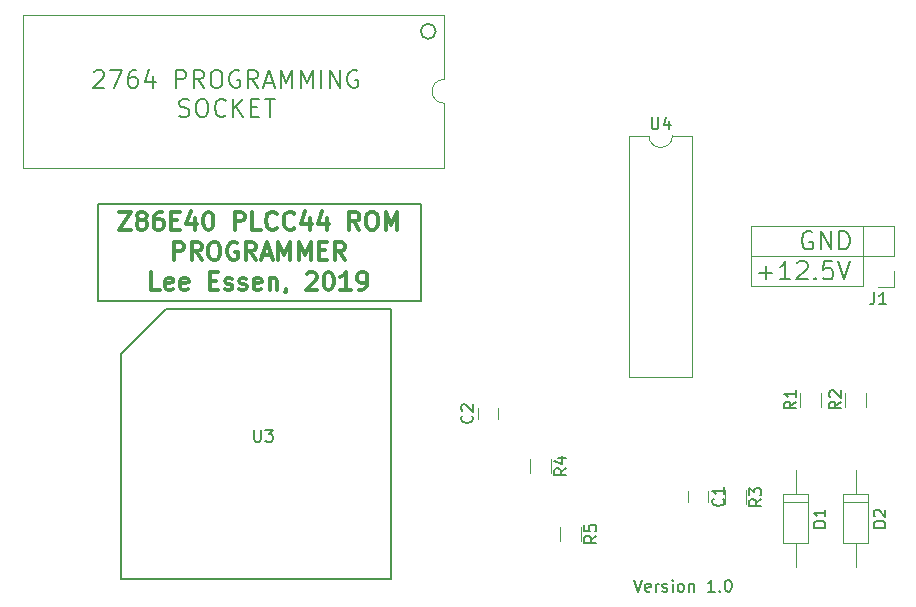
<source format=gbr>
G04 #@! TF.GenerationSoftware,KiCad,Pcbnew,(5.1.2-1)-1*
G04 #@! TF.CreationDate,2019-05-24T19:31:09+01:00*
G04 #@! TF.ProjectId,8840A_CPU_Programmer,38383430-415f-4435-9055-5f50726f6772,rev?*
G04 #@! TF.SameCoordinates,Original*
G04 #@! TF.FileFunction,Legend,Top*
G04 #@! TF.FilePolarity,Positive*
%FSLAX46Y46*%
G04 Gerber Fmt 4.6, Leading zero omitted, Abs format (unit mm)*
G04 Created by KiCad (PCBNEW (5.1.2-1)-1) date 2019-05-24 19:31:09*
%MOMM*%
%LPD*%
G04 APERTURE LIST*
%ADD10C,0.120000*%
%ADD11C,0.150000*%
%ADD12C,0.203200*%
%ADD13C,0.300000*%
G04 APERTURE END LIST*
D10*
X156210000Y-85725000D02*
X146685000Y-85725000D01*
X156210000Y-88265000D02*
X156210000Y-85725000D01*
X146685000Y-88265000D02*
X156210000Y-88265000D01*
X146685000Y-83185000D02*
X146685000Y-88265000D01*
X156150000Y-83125000D02*
X146685000Y-83185000D01*
D11*
X136779523Y-113117380D02*
X137112857Y-114117380D01*
X137446190Y-113117380D01*
X138160476Y-114069761D02*
X138065238Y-114117380D01*
X137874761Y-114117380D01*
X137779523Y-114069761D01*
X137731904Y-113974523D01*
X137731904Y-113593571D01*
X137779523Y-113498333D01*
X137874761Y-113450714D01*
X138065238Y-113450714D01*
X138160476Y-113498333D01*
X138208095Y-113593571D01*
X138208095Y-113688809D01*
X137731904Y-113784047D01*
X138636666Y-114117380D02*
X138636666Y-113450714D01*
X138636666Y-113641190D02*
X138684285Y-113545952D01*
X138731904Y-113498333D01*
X138827142Y-113450714D01*
X138922380Y-113450714D01*
X139208095Y-114069761D02*
X139303333Y-114117380D01*
X139493809Y-114117380D01*
X139589047Y-114069761D01*
X139636666Y-113974523D01*
X139636666Y-113926904D01*
X139589047Y-113831666D01*
X139493809Y-113784047D01*
X139350952Y-113784047D01*
X139255714Y-113736428D01*
X139208095Y-113641190D01*
X139208095Y-113593571D01*
X139255714Y-113498333D01*
X139350952Y-113450714D01*
X139493809Y-113450714D01*
X139589047Y-113498333D01*
X140065238Y-114117380D02*
X140065238Y-113450714D01*
X140065238Y-113117380D02*
X140017619Y-113165000D01*
X140065238Y-113212619D01*
X140112857Y-113165000D01*
X140065238Y-113117380D01*
X140065238Y-113212619D01*
X140684285Y-114117380D02*
X140589047Y-114069761D01*
X140541428Y-114022142D01*
X140493809Y-113926904D01*
X140493809Y-113641190D01*
X140541428Y-113545952D01*
X140589047Y-113498333D01*
X140684285Y-113450714D01*
X140827142Y-113450714D01*
X140922380Y-113498333D01*
X140970000Y-113545952D01*
X141017619Y-113641190D01*
X141017619Y-113926904D01*
X140970000Y-114022142D01*
X140922380Y-114069761D01*
X140827142Y-114117380D01*
X140684285Y-114117380D01*
X141446190Y-113450714D02*
X141446190Y-114117380D01*
X141446190Y-113545952D02*
X141493809Y-113498333D01*
X141589047Y-113450714D01*
X141731904Y-113450714D01*
X141827142Y-113498333D01*
X141874761Y-113593571D01*
X141874761Y-114117380D01*
X143636666Y-114117380D02*
X143065238Y-114117380D01*
X143350952Y-114117380D02*
X143350952Y-113117380D01*
X143255714Y-113260238D01*
X143160476Y-113355476D01*
X143065238Y-113403095D01*
X144065238Y-114022142D02*
X144112857Y-114069761D01*
X144065238Y-114117380D01*
X144017619Y-114069761D01*
X144065238Y-114022142D01*
X144065238Y-114117380D01*
X144731904Y-113117380D02*
X144827142Y-113117380D01*
X144922380Y-113165000D01*
X144970000Y-113212619D01*
X145017619Y-113307857D01*
X145065238Y-113498333D01*
X145065238Y-113736428D01*
X145017619Y-113926904D01*
X144970000Y-114022142D01*
X144922380Y-114069761D01*
X144827142Y-114117380D01*
X144731904Y-114117380D01*
X144636666Y-114069761D01*
X144589047Y-114022142D01*
X144541428Y-113926904D01*
X144493809Y-113736428D01*
X144493809Y-113498333D01*
X144541428Y-113307857D01*
X144589047Y-113212619D01*
X144636666Y-113165000D01*
X144731904Y-113117380D01*
D12*
X120015000Y-66675000D02*
G75*
G03X120015000Y-66675000I-635000J0D01*
G01*
X91440000Y-89535000D02*
X91440000Y-81280000D01*
X118745000Y-89535000D02*
X91440000Y-89535000D01*
X118745000Y-81280000D02*
X118745000Y-89535000D01*
X91440000Y-81280000D02*
X118745000Y-81280000D01*
D13*
X93197225Y-81966414D02*
X94197225Y-81966414D01*
X93197225Y-83466414D01*
X94197225Y-83466414D01*
X94982939Y-82609271D02*
X94840082Y-82537843D01*
X94768653Y-82466414D01*
X94697225Y-82323557D01*
X94697225Y-82252128D01*
X94768653Y-82109271D01*
X94840082Y-82037843D01*
X94982939Y-81966414D01*
X95268653Y-81966414D01*
X95411510Y-82037843D01*
X95482939Y-82109271D01*
X95554368Y-82252128D01*
X95554368Y-82323557D01*
X95482939Y-82466414D01*
X95411510Y-82537843D01*
X95268653Y-82609271D01*
X94982939Y-82609271D01*
X94840082Y-82680700D01*
X94768653Y-82752128D01*
X94697225Y-82894985D01*
X94697225Y-83180700D01*
X94768653Y-83323557D01*
X94840082Y-83394985D01*
X94982939Y-83466414D01*
X95268653Y-83466414D01*
X95411510Y-83394985D01*
X95482939Y-83323557D01*
X95554368Y-83180700D01*
X95554368Y-82894985D01*
X95482939Y-82752128D01*
X95411510Y-82680700D01*
X95268653Y-82609271D01*
X96840082Y-81966414D02*
X96554368Y-81966414D01*
X96411510Y-82037843D01*
X96340082Y-82109271D01*
X96197225Y-82323557D01*
X96125796Y-82609271D01*
X96125796Y-83180700D01*
X96197225Y-83323557D01*
X96268653Y-83394985D01*
X96411510Y-83466414D01*
X96697225Y-83466414D01*
X96840082Y-83394985D01*
X96911510Y-83323557D01*
X96982939Y-83180700D01*
X96982939Y-82823557D01*
X96911510Y-82680700D01*
X96840082Y-82609271D01*
X96697225Y-82537843D01*
X96411510Y-82537843D01*
X96268653Y-82609271D01*
X96197225Y-82680700D01*
X96125796Y-82823557D01*
X97625796Y-82680700D02*
X98125796Y-82680700D01*
X98340082Y-83466414D02*
X97625796Y-83466414D01*
X97625796Y-81966414D01*
X98340082Y-81966414D01*
X99625796Y-82466414D02*
X99625796Y-83466414D01*
X99268653Y-81894985D02*
X98911510Y-82966414D01*
X99840082Y-82966414D01*
X100697225Y-81966414D02*
X100840082Y-81966414D01*
X100982939Y-82037843D01*
X101054368Y-82109271D01*
X101125796Y-82252128D01*
X101197225Y-82537843D01*
X101197225Y-82894985D01*
X101125796Y-83180700D01*
X101054368Y-83323557D01*
X100982939Y-83394985D01*
X100840082Y-83466414D01*
X100697225Y-83466414D01*
X100554368Y-83394985D01*
X100482939Y-83323557D01*
X100411510Y-83180700D01*
X100340082Y-82894985D01*
X100340082Y-82537843D01*
X100411510Y-82252128D01*
X100482939Y-82109271D01*
X100554368Y-82037843D01*
X100697225Y-81966414D01*
X102982939Y-83466414D02*
X102982939Y-81966414D01*
X103554368Y-81966414D01*
X103697225Y-82037843D01*
X103768653Y-82109271D01*
X103840082Y-82252128D01*
X103840082Y-82466414D01*
X103768653Y-82609271D01*
X103697225Y-82680700D01*
X103554368Y-82752128D01*
X102982939Y-82752128D01*
X105197225Y-83466414D02*
X104482939Y-83466414D01*
X104482939Y-81966414D01*
X106554368Y-83323557D02*
X106482939Y-83394985D01*
X106268653Y-83466414D01*
X106125796Y-83466414D01*
X105911510Y-83394985D01*
X105768653Y-83252128D01*
X105697225Y-83109271D01*
X105625796Y-82823557D01*
X105625796Y-82609271D01*
X105697225Y-82323557D01*
X105768653Y-82180700D01*
X105911510Y-82037843D01*
X106125796Y-81966414D01*
X106268653Y-81966414D01*
X106482939Y-82037843D01*
X106554368Y-82109271D01*
X108054368Y-83323557D02*
X107982939Y-83394985D01*
X107768653Y-83466414D01*
X107625796Y-83466414D01*
X107411510Y-83394985D01*
X107268653Y-83252128D01*
X107197225Y-83109271D01*
X107125796Y-82823557D01*
X107125796Y-82609271D01*
X107197225Y-82323557D01*
X107268653Y-82180700D01*
X107411510Y-82037843D01*
X107625796Y-81966414D01*
X107768653Y-81966414D01*
X107982939Y-82037843D01*
X108054368Y-82109271D01*
X109340082Y-82466414D02*
X109340082Y-83466414D01*
X108982939Y-81894985D02*
X108625796Y-82966414D01*
X109554368Y-82966414D01*
X110768653Y-82466414D02*
X110768653Y-83466414D01*
X110411510Y-81894985D02*
X110054368Y-82966414D01*
X110982939Y-82966414D01*
X113554368Y-83466414D02*
X113054368Y-82752128D01*
X112697225Y-83466414D02*
X112697225Y-81966414D01*
X113268653Y-81966414D01*
X113411510Y-82037843D01*
X113482939Y-82109271D01*
X113554368Y-82252128D01*
X113554368Y-82466414D01*
X113482939Y-82609271D01*
X113411510Y-82680700D01*
X113268653Y-82752128D01*
X112697225Y-82752128D01*
X114482939Y-81966414D02*
X114768653Y-81966414D01*
X114911510Y-82037843D01*
X115054368Y-82180700D01*
X115125796Y-82466414D01*
X115125796Y-82966414D01*
X115054368Y-83252128D01*
X114911510Y-83394985D01*
X114768653Y-83466414D01*
X114482939Y-83466414D01*
X114340082Y-83394985D01*
X114197225Y-83252128D01*
X114125796Y-82966414D01*
X114125796Y-82466414D01*
X114197225Y-82180700D01*
X114340082Y-82037843D01*
X114482939Y-81966414D01*
X115768653Y-83466414D02*
X115768653Y-81966414D01*
X116268653Y-83037843D01*
X116768653Y-81966414D01*
X116768653Y-83466414D01*
X97840082Y-86016414D02*
X97840082Y-84516414D01*
X98411510Y-84516414D01*
X98554368Y-84587843D01*
X98625796Y-84659271D01*
X98697225Y-84802128D01*
X98697225Y-85016414D01*
X98625796Y-85159271D01*
X98554368Y-85230700D01*
X98411510Y-85302128D01*
X97840082Y-85302128D01*
X100197225Y-86016414D02*
X99697225Y-85302128D01*
X99340082Y-86016414D02*
X99340082Y-84516414D01*
X99911510Y-84516414D01*
X100054368Y-84587843D01*
X100125796Y-84659271D01*
X100197225Y-84802128D01*
X100197225Y-85016414D01*
X100125796Y-85159271D01*
X100054368Y-85230700D01*
X99911510Y-85302128D01*
X99340082Y-85302128D01*
X101125796Y-84516414D02*
X101411510Y-84516414D01*
X101554368Y-84587843D01*
X101697225Y-84730700D01*
X101768653Y-85016414D01*
X101768653Y-85516414D01*
X101697225Y-85802128D01*
X101554368Y-85944985D01*
X101411510Y-86016414D01*
X101125796Y-86016414D01*
X100982939Y-85944985D01*
X100840082Y-85802128D01*
X100768653Y-85516414D01*
X100768653Y-85016414D01*
X100840082Y-84730700D01*
X100982939Y-84587843D01*
X101125796Y-84516414D01*
X103197225Y-84587843D02*
X103054368Y-84516414D01*
X102840082Y-84516414D01*
X102625796Y-84587843D01*
X102482939Y-84730700D01*
X102411510Y-84873557D01*
X102340082Y-85159271D01*
X102340082Y-85373557D01*
X102411510Y-85659271D01*
X102482939Y-85802128D01*
X102625796Y-85944985D01*
X102840082Y-86016414D01*
X102982939Y-86016414D01*
X103197225Y-85944985D01*
X103268653Y-85873557D01*
X103268653Y-85373557D01*
X102982939Y-85373557D01*
X104768653Y-86016414D02*
X104268653Y-85302128D01*
X103911510Y-86016414D02*
X103911510Y-84516414D01*
X104482939Y-84516414D01*
X104625796Y-84587843D01*
X104697225Y-84659271D01*
X104768653Y-84802128D01*
X104768653Y-85016414D01*
X104697225Y-85159271D01*
X104625796Y-85230700D01*
X104482939Y-85302128D01*
X103911510Y-85302128D01*
X105340082Y-85587843D02*
X106054368Y-85587843D01*
X105197225Y-86016414D02*
X105697225Y-84516414D01*
X106197225Y-86016414D01*
X106697225Y-86016414D02*
X106697225Y-84516414D01*
X107197225Y-85587843D01*
X107697225Y-84516414D01*
X107697225Y-86016414D01*
X108411510Y-86016414D02*
X108411510Y-84516414D01*
X108911510Y-85587843D01*
X109411510Y-84516414D01*
X109411510Y-86016414D01*
X110125796Y-85230700D02*
X110625796Y-85230700D01*
X110840082Y-86016414D02*
X110125796Y-86016414D01*
X110125796Y-84516414D01*
X110840082Y-84516414D01*
X112340082Y-86016414D02*
X111840082Y-85302128D01*
X111482939Y-86016414D02*
X111482939Y-84516414D01*
X112054368Y-84516414D01*
X112197225Y-84587843D01*
X112268653Y-84659271D01*
X112340082Y-84802128D01*
X112340082Y-85016414D01*
X112268653Y-85159271D01*
X112197225Y-85230700D01*
X112054368Y-85302128D01*
X111482939Y-85302128D01*
X96661510Y-88566414D02*
X95947225Y-88566414D01*
X95947225Y-87066414D01*
X97732939Y-88494985D02*
X97590082Y-88566414D01*
X97304368Y-88566414D01*
X97161510Y-88494985D01*
X97090082Y-88352128D01*
X97090082Y-87780700D01*
X97161510Y-87637843D01*
X97304368Y-87566414D01*
X97590082Y-87566414D01*
X97732939Y-87637843D01*
X97804368Y-87780700D01*
X97804368Y-87923557D01*
X97090082Y-88066414D01*
X99018653Y-88494985D02*
X98875796Y-88566414D01*
X98590082Y-88566414D01*
X98447225Y-88494985D01*
X98375796Y-88352128D01*
X98375796Y-87780700D01*
X98447225Y-87637843D01*
X98590082Y-87566414D01*
X98875796Y-87566414D01*
X99018653Y-87637843D01*
X99090082Y-87780700D01*
X99090082Y-87923557D01*
X98375796Y-88066414D01*
X100875796Y-87780700D02*
X101375796Y-87780700D01*
X101590082Y-88566414D02*
X100875796Y-88566414D01*
X100875796Y-87066414D01*
X101590082Y-87066414D01*
X102161510Y-88494985D02*
X102304368Y-88566414D01*
X102590082Y-88566414D01*
X102732939Y-88494985D01*
X102804368Y-88352128D01*
X102804368Y-88280700D01*
X102732939Y-88137843D01*
X102590082Y-88066414D01*
X102375796Y-88066414D01*
X102232939Y-87994985D01*
X102161510Y-87852128D01*
X102161510Y-87780700D01*
X102232939Y-87637843D01*
X102375796Y-87566414D01*
X102590082Y-87566414D01*
X102732939Y-87637843D01*
X103375796Y-88494985D02*
X103518653Y-88566414D01*
X103804368Y-88566414D01*
X103947225Y-88494985D01*
X104018653Y-88352128D01*
X104018653Y-88280700D01*
X103947225Y-88137843D01*
X103804368Y-88066414D01*
X103590082Y-88066414D01*
X103447225Y-87994985D01*
X103375796Y-87852128D01*
X103375796Y-87780700D01*
X103447225Y-87637843D01*
X103590082Y-87566414D01*
X103804368Y-87566414D01*
X103947225Y-87637843D01*
X105232939Y-88494985D02*
X105090082Y-88566414D01*
X104804368Y-88566414D01*
X104661510Y-88494985D01*
X104590082Y-88352128D01*
X104590082Y-87780700D01*
X104661510Y-87637843D01*
X104804368Y-87566414D01*
X105090082Y-87566414D01*
X105232939Y-87637843D01*
X105304368Y-87780700D01*
X105304368Y-87923557D01*
X104590082Y-88066414D01*
X105947225Y-87566414D02*
X105947225Y-88566414D01*
X105947225Y-87709271D02*
X106018653Y-87637843D01*
X106161510Y-87566414D01*
X106375796Y-87566414D01*
X106518653Y-87637843D01*
X106590082Y-87780700D01*
X106590082Y-88566414D01*
X107375796Y-88494985D02*
X107375796Y-88566414D01*
X107304368Y-88709271D01*
X107232939Y-88780700D01*
X109090082Y-87209271D02*
X109161510Y-87137843D01*
X109304368Y-87066414D01*
X109661510Y-87066414D01*
X109804368Y-87137843D01*
X109875796Y-87209271D01*
X109947225Y-87352128D01*
X109947225Y-87494985D01*
X109875796Y-87709271D01*
X109018653Y-88566414D01*
X109947225Y-88566414D01*
X110875796Y-87066414D02*
X111018653Y-87066414D01*
X111161510Y-87137843D01*
X111232939Y-87209271D01*
X111304368Y-87352128D01*
X111375796Y-87637843D01*
X111375796Y-87994985D01*
X111304368Y-88280700D01*
X111232939Y-88423557D01*
X111161510Y-88494985D01*
X111018653Y-88566414D01*
X110875796Y-88566414D01*
X110732939Y-88494985D01*
X110661510Y-88423557D01*
X110590082Y-88280700D01*
X110518653Y-87994985D01*
X110518653Y-87637843D01*
X110590082Y-87352128D01*
X110661510Y-87209271D01*
X110732939Y-87137843D01*
X110875796Y-87066414D01*
X112804368Y-88566414D02*
X111947225Y-88566414D01*
X112375796Y-88566414D02*
X112375796Y-87066414D01*
X112232939Y-87280700D01*
X112090082Y-87423557D01*
X111947225Y-87494985D01*
X113518653Y-88566414D02*
X113804368Y-88566414D01*
X113947225Y-88494985D01*
X114018653Y-88423557D01*
X114161510Y-88209271D01*
X114232939Y-87923557D01*
X114232939Y-87352128D01*
X114161510Y-87209271D01*
X114090082Y-87137843D01*
X113947225Y-87066414D01*
X113661510Y-87066414D01*
X113518653Y-87137843D01*
X113447225Y-87209271D01*
X113375796Y-87352128D01*
X113375796Y-87709271D01*
X113447225Y-87852128D01*
X113518653Y-87923557D01*
X113661510Y-87994985D01*
X113947225Y-87994985D01*
X114090082Y-87923557D01*
X114161510Y-87852128D01*
X114232939Y-87709271D01*
D12*
X91092852Y-70095542D02*
X91164281Y-70024114D01*
X91307138Y-69952685D01*
X91664281Y-69952685D01*
X91807138Y-70024114D01*
X91878566Y-70095542D01*
X91949995Y-70238399D01*
X91949995Y-70381256D01*
X91878566Y-70595542D01*
X91021424Y-71452685D01*
X91949995Y-71452685D01*
X92449995Y-69952685D02*
X93449995Y-69952685D01*
X92807138Y-71452685D01*
X94664281Y-69952685D02*
X94378566Y-69952685D01*
X94235709Y-70024114D01*
X94164281Y-70095542D01*
X94021424Y-70309828D01*
X93949995Y-70595542D01*
X93949995Y-71166971D01*
X94021424Y-71309828D01*
X94092852Y-71381256D01*
X94235709Y-71452685D01*
X94521424Y-71452685D01*
X94664281Y-71381256D01*
X94735709Y-71309828D01*
X94807138Y-71166971D01*
X94807138Y-70809828D01*
X94735709Y-70666971D01*
X94664281Y-70595542D01*
X94521424Y-70524114D01*
X94235709Y-70524114D01*
X94092852Y-70595542D01*
X94021424Y-70666971D01*
X93949995Y-70809828D01*
X96092852Y-70452685D02*
X96092852Y-71452685D01*
X95735709Y-69881256D02*
X95378566Y-70952685D01*
X96307138Y-70952685D01*
X98021424Y-71452685D02*
X98021424Y-69952685D01*
X98592852Y-69952685D01*
X98735709Y-70024114D01*
X98807138Y-70095542D01*
X98878566Y-70238399D01*
X98878566Y-70452685D01*
X98807138Y-70595542D01*
X98735709Y-70666971D01*
X98592852Y-70738399D01*
X98021424Y-70738399D01*
X100378566Y-71452685D02*
X99878566Y-70738399D01*
X99521424Y-71452685D02*
X99521424Y-69952685D01*
X100092852Y-69952685D01*
X100235709Y-70024114D01*
X100307138Y-70095542D01*
X100378566Y-70238399D01*
X100378566Y-70452685D01*
X100307138Y-70595542D01*
X100235709Y-70666971D01*
X100092852Y-70738399D01*
X99521424Y-70738399D01*
X101307138Y-69952685D02*
X101592852Y-69952685D01*
X101735709Y-70024114D01*
X101878566Y-70166971D01*
X101949995Y-70452685D01*
X101949995Y-70952685D01*
X101878566Y-71238399D01*
X101735709Y-71381256D01*
X101592852Y-71452685D01*
X101307138Y-71452685D01*
X101164281Y-71381256D01*
X101021424Y-71238399D01*
X100949995Y-70952685D01*
X100949995Y-70452685D01*
X101021424Y-70166971D01*
X101164281Y-70024114D01*
X101307138Y-69952685D01*
X103378566Y-70024114D02*
X103235709Y-69952685D01*
X103021424Y-69952685D01*
X102807138Y-70024114D01*
X102664281Y-70166971D01*
X102592852Y-70309828D01*
X102521424Y-70595542D01*
X102521424Y-70809828D01*
X102592852Y-71095542D01*
X102664281Y-71238399D01*
X102807138Y-71381256D01*
X103021424Y-71452685D01*
X103164281Y-71452685D01*
X103378566Y-71381256D01*
X103449995Y-71309828D01*
X103449995Y-70809828D01*
X103164281Y-70809828D01*
X104949995Y-71452685D02*
X104449995Y-70738399D01*
X104092852Y-71452685D02*
X104092852Y-69952685D01*
X104664281Y-69952685D01*
X104807138Y-70024114D01*
X104878566Y-70095542D01*
X104949995Y-70238399D01*
X104949995Y-70452685D01*
X104878566Y-70595542D01*
X104807138Y-70666971D01*
X104664281Y-70738399D01*
X104092852Y-70738399D01*
X105521424Y-71024114D02*
X106235709Y-71024114D01*
X105378566Y-71452685D02*
X105878566Y-69952685D01*
X106378566Y-71452685D01*
X106878566Y-71452685D02*
X106878566Y-69952685D01*
X107378566Y-71024114D01*
X107878566Y-69952685D01*
X107878566Y-71452685D01*
X108592852Y-71452685D02*
X108592852Y-69952685D01*
X109092852Y-71024114D01*
X109592852Y-69952685D01*
X109592852Y-71452685D01*
X110307138Y-71452685D02*
X110307138Y-69952685D01*
X111021424Y-71452685D02*
X111021424Y-69952685D01*
X111878566Y-71452685D01*
X111878566Y-69952685D01*
X113378566Y-70024114D02*
X113235709Y-69952685D01*
X113021424Y-69952685D01*
X112807138Y-70024114D01*
X112664281Y-70166971D01*
X112592852Y-70309828D01*
X112521424Y-70595542D01*
X112521424Y-70809828D01*
X112592852Y-71095542D01*
X112664281Y-71238399D01*
X112807138Y-71381256D01*
X113021424Y-71452685D01*
X113164281Y-71452685D01*
X113378566Y-71381256D01*
X113449995Y-71309828D01*
X113449995Y-70809828D01*
X113164281Y-70809828D01*
X98307138Y-73834456D02*
X98521424Y-73905885D01*
X98878566Y-73905885D01*
X99021424Y-73834456D01*
X99092852Y-73763028D01*
X99164281Y-73620171D01*
X99164281Y-73477314D01*
X99092852Y-73334456D01*
X99021424Y-73263028D01*
X98878566Y-73191599D01*
X98592852Y-73120171D01*
X98449995Y-73048742D01*
X98378566Y-72977314D01*
X98307138Y-72834456D01*
X98307138Y-72691599D01*
X98378566Y-72548742D01*
X98449995Y-72477314D01*
X98592852Y-72405885D01*
X98949995Y-72405885D01*
X99164281Y-72477314D01*
X100092852Y-72405885D02*
X100378566Y-72405885D01*
X100521424Y-72477314D01*
X100664281Y-72620171D01*
X100735709Y-72905885D01*
X100735709Y-73405885D01*
X100664281Y-73691599D01*
X100521424Y-73834456D01*
X100378566Y-73905885D01*
X100092852Y-73905885D01*
X99949995Y-73834456D01*
X99807138Y-73691599D01*
X99735709Y-73405885D01*
X99735709Y-72905885D01*
X99807138Y-72620171D01*
X99949995Y-72477314D01*
X100092852Y-72405885D01*
X102235709Y-73763028D02*
X102164281Y-73834456D01*
X101949995Y-73905885D01*
X101807138Y-73905885D01*
X101592852Y-73834456D01*
X101449995Y-73691599D01*
X101378566Y-73548742D01*
X101307138Y-73263028D01*
X101307138Y-73048742D01*
X101378566Y-72763028D01*
X101449995Y-72620171D01*
X101592852Y-72477314D01*
X101807138Y-72405885D01*
X101949995Y-72405885D01*
X102164281Y-72477314D01*
X102235709Y-72548742D01*
X102878566Y-73905885D02*
X102878566Y-72405885D01*
X103735709Y-73905885D02*
X103092852Y-73048742D01*
X103735709Y-72405885D02*
X102878566Y-73263028D01*
X104378566Y-73120171D02*
X104878566Y-73120171D01*
X105092852Y-73905885D02*
X104378566Y-73905885D01*
X104378566Y-72405885D01*
X105092852Y-72405885D01*
X105521424Y-72405885D02*
X106378566Y-72405885D01*
X105949995Y-73905885D02*
X105949995Y-72405885D01*
X151873857Y-83693000D02*
X151728714Y-83620428D01*
X151511000Y-83620428D01*
X151293285Y-83693000D01*
X151148142Y-83838142D01*
X151075571Y-83983285D01*
X151003000Y-84273571D01*
X151003000Y-84491285D01*
X151075571Y-84781571D01*
X151148142Y-84926714D01*
X151293285Y-85071857D01*
X151511000Y-85144428D01*
X151656142Y-85144428D01*
X151873857Y-85071857D01*
X151946428Y-84999285D01*
X151946428Y-84491285D01*
X151656142Y-84491285D01*
X152599571Y-85144428D02*
X152599571Y-83620428D01*
X153470428Y-85144428D01*
X153470428Y-83620428D01*
X154196142Y-85144428D02*
X154196142Y-83620428D01*
X154559000Y-83620428D01*
X154776714Y-83693000D01*
X154921857Y-83838142D01*
X154994428Y-83983285D01*
X155067000Y-84273571D01*
X155067000Y-84491285D01*
X154994428Y-84781571D01*
X154921857Y-84926714D01*
X154776714Y-85071857D01*
X154559000Y-85144428D01*
X154196142Y-85144428D01*
X147356285Y-87103857D02*
X148517428Y-87103857D01*
X147936857Y-87684428D02*
X147936857Y-86523285D01*
X150041428Y-87684428D02*
X149170571Y-87684428D01*
X149606000Y-87684428D02*
X149606000Y-86160428D01*
X149460857Y-86378142D01*
X149315714Y-86523285D01*
X149170571Y-86595857D01*
X150622000Y-86305571D02*
X150694571Y-86233000D01*
X150839714Y-86160428D01*
X151202571Y-86160428D01*
X151347714Y-86233000D01*
X151420285Y-86305571D01*
X151492857Y-86450714D01*
X151492857Y-86595857D01*
X151420285Y-86813571D01*
X150549428Y-87684428D01*
X151492857Y-87684428D01*
X152146000Y-87539285D02*
X152218571Y-87611857D01*
X152146000Y-87684428D01*
X152073428Y-87611857D01*
X152146000Y-87539285D01*
X152146000Y-87684428D01*
X153597428Y-86160428D02*
X152871714Y-86160428D01*
X152799142Y-86886142D01*
X152871714Y-86813571D01*
X153016857Y-86741000D01*
X153379714Y-86741000D01*
X153524857Y-86813571D01*
X153597428Y-86886142D01*
X153670000Y-87031285D01*
X153670000Y-87394142D01*
X153597428Y-87539285D01*
X153524857Y-87611857D01*
X153379714Y-87684428D01*
X153016857Y-87684428D01*
X152871714Y-87611857D01*
X152799142Y-87539285D01*
X154105428Y-86160428D02*
X154613428Y-87684428D01*
X155121428Y-86160428D01*
D10*
X140065000Y-75505000D02*
G75*
G02X138065000Y-75505000I-1000000J0D01*
G01*
X138065000Y-75505000D02*
X136415000Y-75505000D01*
X136415000Y-75505000D02*
X136415000Y-95945000D01*
X136415000Y-95945000D02*
X141715000Y-95945000D01*
X141715000Y-95945000D02*
X141715000Y-75505000D01*
X141715000Y-75505000D02*
X140065000Y-75505000D01*
X143090000Y-106565000D02*
X143090000Y-105565000D01*
X141390000Y-105565000D02*
X141390000Y-106565000D01*
X120710000Y-72755000D02*
G75*
G02X120710000Y-70755000I0J1000000D01*
G01*
X120710000Y-70755000D02*
X120710000Y-65295000D01*
X120710000Y-65295000D02*
X85030000Y-65295000D01*
X85030000Y-65295000D02*
X85030000Y-78215000D01*
X85030000Y-78215000D02*
X120710000Y-78215000D01*
X120710000Y-78215000D02*
X120710000Y-72755000D01*
D11*
X97155000Y-90170000D02*
X93345000Y-93980000D01*
X93345000Y-93980000D02*
X93345000Y-113030000D01*
X93345000Y-113030000D02*
X116205000Y-113030000D01*
X116205000Y-113030000D02*
X116205000Y-90170000D01*
X116205000Y-90170000D02*
X97155000Y-90170000D01*
D10*
X130565000Y-109820000D02*
X130565000Y-108620000D01*
X132325000Y-108620000D02*
X132325000Y-109820000D01*
X128025000Y-104105000D02*
X128025000Y-102905000D01*
X129785000Y-102905000D02*
X129785000Y-104105000D01*
X144535000Y-106725000D02*
X144535000Y-105525000D01*
X146295000Y-105525000D02*
X146295000Y-106725000D01*
X156455000Y-97270000D02*
X156455000Y-98470000D01*
X154695000Y-98470000D02*
X154695000Y-97270000D01*
X152645000Y-97270000D02*
X152645000Y-98470000D01*
X150885000Y-98470000D02*
X150885000Y-97270000D01*
X158810000Y-83125000D02*
X156150000Y-83125000D01*
X158810000Y-85725000D02*
X158810000Y-83125000D01*
X156150000Y-85725000D02*
X156150000Y-83125000D01*
X158810000Y-85725000D02*
X156150000Y-85725000D01*
X158810000Y-86995000D02*
X158810000Y-88325000D01*
X158810000Y-88325000D02*
X157480000Y-88325000D01*
X156635000Y-105890000D02*
X154515000Y-105890000D01*
X154515000Y-105890000D02*
X154515000Y-110010000D01*
X154515000Y-110010000D02*
X156635000Y-110010000D01*
X156635000Y-110010000D02*
X156635000Y-105890000D01*
X155575000Y-103850000D02*
X155575000Y-105890000D01*
X155575000Y-112050000D02*
X155575000Y-110010000D01*
X156635000Y-106550000D02*
X154515000Y-106550000D01*
X151555000Y-105890000D02*
X149435000Y-105890000D01*
X149435000Y-105890000D02*
X149435000Y-110010000D01*
X149435000Y-110010000D02*
X151555000Y-110010000D01*
X151555000Y-110010000D02*
X151555000Y-105890000D01*
X150495000Y-103850000D02*
X150495000Y-105890000D01*
X150495000Y-112050000D02*
X150495000Y-110010000D01*
X151555000Y-106550000D02*
X149435000Y-106550000D01*
X123610000Y-98540000D02*
X123610000Y-99540000D01*
X125310000Y-99540000D02*
X125310000Y-98540000D01*
D11*
X138303095Y-73957380D02*
X138303095Y-74766904D01*
X138350714Y-74862142D01*
X138398333Y-74909761D01*
X138493571Y-74957380D01*
X138684047Y-74957380D01*
X138779285Y-74909761D01*
X138826904Y-74862142D01*
X138874523Y-74766904D01*
X138874523Y-73957380D01*
X139779285Y-74290714D02*
X139779285Y-74957380D01*
X139541190Y-73909761D02*
X139303095Y-74624047D01*
X139922142Y-74624047D01*
X144347142Y-106231666D02*
X144394761Y-106279285D01*
X144442380Y-106422142D01*
X144442380Y-106517380D01*
X144394761Y-106660238D01*
X144299523Y-106755476D01*
X144204285Y-106803095D01*
X144013809Y-106850714D01*
X143870952Y-106850714D01*
X143680476Y-106803095D01*
X143585238Y-106755476D01*
X143490000Y-106660238D01*
X143442380Y-106517380D01*
X143442380Y-106422142D01*
X143490000Y-106279285D01*
X143537619Y-106231666D01*
X144442380Y-105279285D02*
X144442380Y-105850714D01*
X144442380Y-105565000D02*
X143442380Y-105565000D01*
X143585238Y-105660238D01*
X143680476Y-105755476D01*
X143728095Y-105850714D01*
X104648095Y-100417380D02*
X104648095Y-101226904D01*
X104695714Y-101322142D01*
X104743333Y-101369761D01*
X104838571Y-101417380D01*
X105029047Y-101417380D01*
X105124285Y-101369761D01*
X105171904Y-101322142D01*
X105219523Y-101226904D01*
X105219523Y-100417380D01*
X105600476Y-100417380D02*
X106219523Y-100417380D01*
X105886190Y-100798333D01*
X106029047Y-100798333D01*
X106124285Y-100845952D01*
X106171904Y-100893571D01*
X106219523Y-100988809D01*
X106219523Y-101226904D01*
X106171904Y-101322142D01*
X106124285Y-101369761D01*
X106029047Y-101417380D01*
X105743333Y-101417380D01*
X105648095Y-101369761D01*
X105600476Y-101322142D01*
X133597380Y-109386666D02*
X133121190Y-109720000D01*
X133597380Y-109958095D02*
X132597380Y-109958095D01*
X132597380Y-109577142D01*
X132645000Y-109481904D01*
X132692619Y-109434285D01*
X132787857Y-109386666D01*
X132930714Y-109386666D01*
X133025952Y-109434285D01*
X133073571Y-109481904D01*
X133121190Y-109577142D01*
X133121190Y-109958095D01*
X132597380Y-108481904D02*
X132597380Y-108958095D01*
X133073571Y-109005714D01*
X133025952Y-108958095D01*
X132978333Y-108862857D01*
X132978333Y-108624761D01*
X133025952Y-108529523D01*
X133073571Y-108481904D01*
X133168809Y-108434285D01*
X133406904Y-108434285D01*
X133502142Y-108481904D01*
X133549761Y-108529523D01*
X133597380Y-108624761D01*
X133597380Y-108862857D01*
X133549761Y-108958095D01*
X133502142Y-109005714D01*
X131057380Y-103671666D02*
X130581190Y-104005000D01*
X131057380Y-104243095D02*
X130057380Y-104243095D01*
X130057380Y-103862142D01*
X130105000Y-103766904D01*
X130152619Y-103719285D01*
X130247857Y-103671666D01*
X130390714Y-103671666D01*
X130485952Y-103719285D01*
X130533571Y-103766904D01*
X130581190Y-103862142D01*
X130581190Y-104243095D01*
X130390714Y-102814523D02*
X131057380Y-102814523D01*
X130009761Y-103052619D02*
X130724047Y-103290714D01*
X130724047Y-102671666D01*
X147567380Y-106291666D02*
X147091190Y-106625000D01*
X147567380Y-106863095D02*
X146567380Y-106863095D01*
X146567380Y-106482142D01*
X146615000Y-106386904D01*
X146662619Y-106339285D01*
X146757857Y-106291666D01*
X146900714Y-106291666D01*
X146995952Y-106339285D01*
X147043571Y-106386904D01*
X147091190Y-106482142D01*
X147091190Y-106863095D01*
X146567380Y-105958333D02*
X146567380Y-105339285D01*
X146948333Y-105672619D01*
X146948333Y-105529761D01*
X146995952Y-105434523D01*
X147043571Y-105386904D01*
X147138809Y-105339285D01*
X147376904Y-105339285D01*
X147472142Y-105386904D01*
X147519761Y-105434523D01*
X147567380Y-105529761D01*
X147567380Y-105815476D01*
X147519761Y-105910714D01*
X147472142Y-105958333D01*
X154327380Y-98036666D02*
X153851190Y-98370000D01*
X154327380Y-98608095D02*
X153327380Y-98608095D01*
X153327380Y-98227142D01*
X153375000Y-98131904D01*
X153422619Y-98084285D01*
X153517857Y-98036666D01*
X153660714Y-98036666D01*
X153755952Y-98084285D01*
X153803571Y-98131904D01*
X153851190Y-98227142D01*
X153851190Y-98608095D01*
X153422619Y-97655714D02*
X153375000Y-97608095D01*
X153327380Y-97512857D01*
X153327380Y-97274761D01*
X153375000Y-97179523D01*
X153422619Y-97131904D01*
X153517857Y-97084285D01*
X153613095Y-97084285D01*
X153755952Y-97131904D01*
X154327380Y-97703333D01*
X154327380Y-97084285D01*
X150517380Y-98036666D02*
X150041190Y-98370000D01*
X150517380Y-98608095D02*
X149517380Y-98608095D01*
X149517380Y-98227142D01*
X149565000Y-98131904D01*
X149612619Y-98084285D01*
X149707857Y-98036666D01*
X149850714Y-98036666D01*
X149945952Y-98084285D01*
X149993571Y-98131904D01*
X150041190Y-98227142D01*
X150041190Y-98608095D01*
X150517380Y-97084285D02*
X150517380Y-97655714D01*
X150517380Y-97370000D02*
X149517380Y-97370000D01*
X149660238Y-97465238D01*
X149755476Y-97560476D01*
X149803095Y-97655714D01*
X157146666Y-88777380D02*
X157146666Y-89491666D01*
X157099047Y-89634523D01*
X157003809Y-89729761D01*
X156860952Y-89777380D01*
X156765714Y-89777380D01*
X158146666Y-89777380D02*
X157575238Y-89777380D01*
X157860952Y-89777380D02*
X157860952Y-88777380D01*
X157765714Y-88920238D01*
X157670476Y-89015476D01*
X157575238Y-89063095D01*
X158087380Y-108688095D02*
X157087380Y-108688095D01*
X157087380Y-108450000D01*
X157135000Y-108307142D01*
X157230238Y-108211904D01*
X157325476Y-108164285D01*
X157515952Y-108116666D01*
X157658809Y-108116666D01*
X157849285Y-108164285D01*
X157944523Y-108211904D01*
X158039761Y-108307142D01*
X158087380Y-108450000D01*
X158087380Y-108688095D01*
X157182619Y-107735714D02*
X157135000Y-107688095D01*
X157087380Y-107592857D01*
X157087380Y-107354761D01*
X157135000Y-107259523D01*
X157182619Y-107211904D01*
X157277857Y-107164285D01*
X157373095Y-107164285D01*
X157515952Y-107211904D01*
X158087380Y-107783333D01*
X158087380Y-107164285D01*
X153007380Y-108688095D02*
X152007380Y-108688095D01*
X152007380Y-108450000D01*
X152055000Y-108307142D01*
X152150238Y-108211904D01*
X152245476Y-108164285D01*
X152435952Y-108116666D01*
X152578809Y-108116666D01*
X152769285Y-108164285D01*
X152864523Y-108211904D01*
X152959761Y-108307142D01*
X153007380Y-108450000D01*
X153007380Y-108688095D01*
X153007380Y-107164285D02*
X153007380Y-107735714D01*
X153007380Y-107450000D02*
X152007380Y-107450000D01*
X152150238Y-107545238D01*
X152245476Y-107640476D01*
X152293095Y-107735714D01*
X123067142Y-99206666D02*
X123114761Y-99254285D01*
X123162380Y-99397142D01*
X123162380Y-99492380D01*
X123114761Y-99635238D01*
X123019523Y-99730476D01*
X122924285Y-99778095D01*
X122733809Y-99825714D01*
X122590952Y-99825714D01*
X122400476Y-99778095D01*
X122305238Y-99730476D01*
X122210000Y-99635238D01*
X122162380Y-99492380D01*
X122162380Y-99397142D01*
X122210000Y-99254285D01*
X122257619Y-99206666D01*
X122257619Y-98825714D02*
X122210000Y-98778095D01*
X122162380Y-98682857D01*
X122162380Y-98444761D01*
X122210000Y-98349523D01*
X122257619Y-98301904D01*
X122352857Y-98254285D01*
X122448095Y-98254285D01*
X122590952Y-98301904D01*
X123162380Y-98873333D01*
X123162380Y-98254285D01*
M02*

</source>
